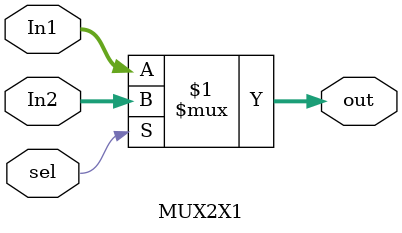
<source format=v>
`timescale 1ns / 1ps


module MUX2X1
    #(parameter N=128)(
    input [N-1:0] In1,
    input [N-1:0] In2,
    input sel,
    output [N-1:0] out
    );
    assign out = sel ? In2 : In1;
endmodule
</source>
